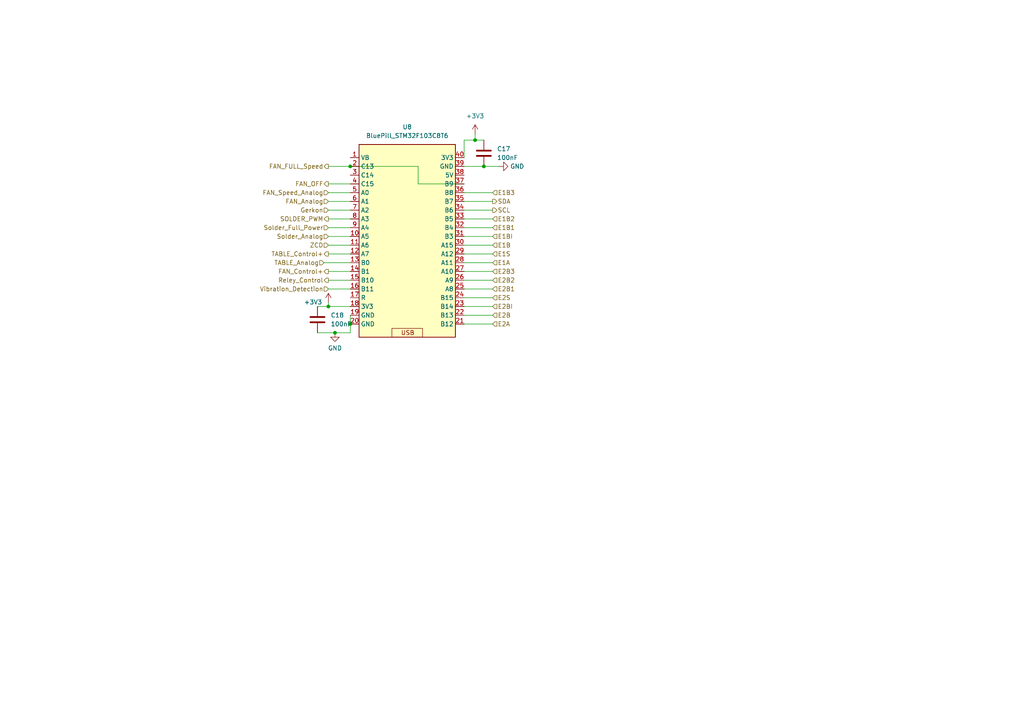
<source format=kicad_sch>
(kicad_sch (version 20231120) (generator "eeschema") (generator_version "8.0")
  (paper "A4")
  (title_block (title "Soldering Station") (date "2024-11-04") (company "BDS-SDCD"))
  (lib_symbols
    (symbol "Den_Castom_lib:BluePill_STM32F103C8T6"
      (property "Reference" "U" (at -11.43 33.02 0))
      (property "Value" "BluePill_STM32F103C8T6" (at -2.54 31.115 0))
      (symbol "BluePill_STM32F103C8T6_0_1"
        (rectangle (start -13.97 29.21) (end 13.97 -26.67) (stroke (width 0.254)) (fill (type background)))
        (rectangle (start -4.445 -24.13) (end 4.445 -26.67))
      )
      (symbol "BluePill_STM32F103C8T6_1_1"
        (text "USB " (at 0.635 -25.4 0) (effects (font (size 1.27 1.27))))
        (pin input line (at -16.51 25.4 0) (length 2.54) (name "VB") (number "1"))
        (pin input line (at -16.51 2.54 0) (length 2.54) (name "A5") (number "10"))
        (pin input line (at -16.51 0 0) (length 2.54) (name "A6") (number "11"))
        (pin input line (at -16.51 -2.54 0) (length 2.54) (name "A7") (number "12"))
        (pin input line (at -16.51 -5.08 0) (length 2.54) (name "B0") (number "13"))
        (pin input line (at -16.51 -7.62 0) (length 2.54) (name "B1") (number "14"))
        (pin input line (at -16.51 -10.16 0) (length 2.54) (name "B10") (number "15"))
        (pin input line (at -16.51 -12.7 0) (length 2.54) (name "B11") (number "16"))
        (pin input line (at -16.51 -15.24 0) (length 2.54) (name "R") (number "17"))
        (pin input line (at -16.51 -17.78 0) (length 2.54) (name "3V3") (number "18"))
        (pin input line (at -16.51 -20.32 0) (length 2.54) (name "GND") (number "19"))
        (pin input line (at -16.51 22.86 0) (length 2.54) (name "C13") (number "2"))
        (pin input line (at -16.51 -22.86 0) (length 2.54) (name "GND") (number "20"))
        (pin input line (at 16.51 -22.86 180) (length 2.54) (name "B12") (number "21"))
        (pin input line (at 16.51 -20.32 180) (length 2.54) (name "B13") (number "22"))
        (pin input line (at 16.51 -17.78 180) (length 2.54) (name "B14") (number "23"))
        (pin input line (at 16.51 -15.24 180) (length 2.54) (name "B15") (number "24"))
        (pin input line (at 16.51 -12.7 180) (length 2.54) (name "A8") (number "25"))
        (pin input line (at 16.51 -10.16 180) (length 2.54) (name "A9") (number "26"))
        (pin input line (at 16.51 -7.62 180) (length 2.54) (name "A10") (number "27"))
        (pin input line (at 16.51 -5.08 180) (length 2.54) (name "A11") (number "28"))
        (pin input line (at 16.51 -2.54 180) (length 2.54) (name "A12") (number "29"))
        (pin input line (at -16.51 20.32 0) (length 2.54) (name "C14") (number "3"))
        (pin input line (at 16.51 0 180) (length 2.54) (name "A15") (number "30"))
        (pin input line (at 16.51 2.54 180) (length 2.54) (name "B3") (number "31"))
        (pin input line (at 16.51 5.08 180) (length 2.54) (name "B4") (number "32"))
        (pin input line (at 16.51 7.62 180) (length 2.54) (name "B5") (number "33"))
        (pin input line (at 16.51 10.16 180) (length 2.54) (name "B6") (number "34"))
        (pin input line (at 16.51 12.7 180) (length 2.54) (name "B7") (number "35"))
        (pin input line (at 16.51 15.24 180) (length 2.54) (name "B8") (number "36"))
        (pin input line (at 16.51 17.78 180) (length 2.54) (name "B9") (number "37"))
        (pin input line (at 16.51 20.32 180) (length 2.54) (name "5V") (number "38"))
        (pin input line (at 16.51 22.86 180) (length 2.54) (name "GND") (number "39"))
        (pin input line (at -16.51 17.78 0) (length 2.54) (name "C15") (number "4"))
        (pin input line (at 16.51 25.4 180) (length 2.54) (name "3V3") (number "40"))
        (pin input line (at -16.51 15.24 0) (length 2.54) (name "A0") (number "5"))
        (pin input line (at -16.51 12.7 0) (length 2.54) (name "A1") (number "6"))
        (pin input line (at -16.51 10.16 0) (length 2.54) (name "A2") (number "7"))
        (pin input line (at -16.51 7.62 0) (length 2.54) (name "A3") (number "8"))
        (pin input line (at -16.51 5.08 0) (length 2.54) (name "A4") (number "9"))
      )
    )
    (symbol "Device:C" (pin_numbers hide) (pin_names (offset 0.254))
      (property "Reference" "C" (at 0.635 2.54 0))
      (property "Value" "C" (at 0.635 -2.54 0))
      (symbol "C_0_1"
        (polyline (pts (xy -2.032 -0.762) (xy 2.032 -0.762)) (stroke (width 0.508)))
        (polyline (pts (xy -2.032 0.762) (xy 2.032 0.762)) (stroke (width 0.508)))
      )
      (symbol "C_1_1"
        (pin passive line (at 0 3.81 270) (length 2.794) (name "~") (number "1"))
        (pin passive line (at 0 -3.81 90) (length 2.794) (name "~") (number "2"))
      )
    )
    (symbol "power:+3V3" (power) (pin_names (offset 0))
      (property "Value" "+3V3" (at 0 3.556 0))
      (symbol "+3V3_0_1"
        (polyline (pts (xy -0.762 1.27) (xy 0 2.54)))
        (polyline (pts (xy 0 0) (xy 0 2.54)))
        (polyline (pts (xy 0 2.54) (xy 0.762 1.27)))
      )
      (symbol "+3V3_1_1"
        (pin power_in line (at 0 0 90) (length 0) hide (name "+3V3") (number "1"))
      )
    )
    (symbol "power:GND" (power) (pin_names (offset 0))
      (property "Value" "GND" (at 0 -3.81 0))
      (symbol "GND_0_1"
        (polyline (pts (xy 0 0) (xy 0 -1.27) (xy 1.27 -1.27) (xy 0 -2.54) (xy -1.27 -1.27) (xy 0 -1.27)))
      )
      (symbol "GND_1_1"
        (pin power_in line (at 0 0 270) (length 0) hide (name "GND") (number "1"))
      )
    )
  )
  (junction (at 137.795 40.64))
  (junction (at 101.6 48.26))
  (junction (at 140.335 48.26))
  (junction (at 95.25 88.9))
  (junction (at 101.6 93.98))
  (junction (at 97.155 96.52))
  (wire (pts (xy 134.62 76.2) (xy 142.875 76.2)))
  (wire (pts (xy 121.285 48.26) (xy 121.285 53.34)))
  (wire (pts (xy 134.62 63.5) (xy 142.875 63.5)))
  (wire (pts (xy 95.25 63.5) (xy 101.6 63.5)))
  (wire (pts (xy 134.62 45.72) (xy 134.62 40.64)))
  (wire (pts (xy 101.6 48.26) (xy 121.285 48.26)))
  (wire (pts (xy 134.62 55.88) (xy 142.875 55.88)))
  (wire (pts (xy 101.6 91.44) (xy 101.6 93.98)))
  (wire (pts (xy 92.075 88.9) (xy 95.25 88.9)))
  (wire (pts (xy 95.25 83.82) (xy 101.6 83.82)))
  (wire (pts (xy 134.62 91.44) (xy 142.875 91.44)))
  (wire (pts (xy 95.25 71.12) (xy 101.6 71.12)))
  (wire (pts (xy 101.6 96.52) (xy 101.6 93.98)))
  (wire (pts (xy 134.62 48.26) (xy 140.335 48.26)))
  (wire (pts (xy 134.62 86.36) (xy 142.875 86.36)))
  (wire (pts (xy 137.795 40.64) (xy 140.335 40.64)))
  (wire (pts (xy 121.285 53.34) (xy 134.62 53.34)))
  (wire (pts (xy 134.62 71.12) (xy 142.875 71.12)))
  (wire (pts (xy 134.62 40.64) (xy 137.795 40.64)))
  (wire (pts (xy 134.62 81.28) (xy 142.875 81.28)))
  (wire (pts (xy 95.25 78.74) (xy 101.6 78.74)))
  (wire (pts (xy 134.62 78.74) (xy 142.875 78.74)))
  (wire (pts (xy 95.25 88.9) (xy 101.6 88.9)))
  (wire (pts (xy 95.25 48.26) (xy 101.6 48.26)))
  (wire (pts (xy 134.62 66.04) (xy 142.875 66.04)))
  (wire (pts (xy 134.62 73.66) (xy 142.875 73.66)))
  (wire (pts (xy 95.25 53.34) (xy 101.6 53.34)))
  (wire (pts (xy 134.62 68.58) (xy 142.875 68.58)))
  (wire (pts (xy 93.98 76.2) (xy 101.6 76.2)))
  (wire (pts (xy 95.25 81.28) (xy 101.6 81.28)))
  (wire (pts (xy 95.25 58.42) (xy 101.6 58.42)))
  (wire (pts (xy 134.62 60.96) (xy 142.875 60.96)))
  (wire (pts (xy 95.25 66.04) (xy 101.6 66.04)))
  (wire (pts (xy 95.25 55.88) (xy 101.6 55.88)))
  (wire (pts (xy 95.25 60.96) (xy 101.6 60.96)))
  (wire (pts (xy 134.62 58.42) (xy 142.875 58.42)))
  (wire (pts (xy 137.795 38.735) (xy 137.795 40.64)))
  (wire (pts (xy 95.25 73.66) (xy 101.6 73.66)))
  (wire (pts (xy 140.335 48.26) (xy 144.78 48.26)))
  (wire (pts (xy 95.25 68.58) (xy 101.6 68.58)))
  (wire (pts (xy 95.25 87.63) (xy 95.25 88.9)))
  (wire (pts (xy 134.62 88.9) (xy 142.875 88.9)))
  (wire (pts (xy 92.075 96.52) (xy 97.155 96.52)))
  (wire (pts (xy 134.62 93.98) (xy 142.875 93.98)))
  (wire (pts (xy 97.155 96.52) (xy 101.6 96.52)))
  (wire (pts (xy 134.62 83.82) (xy 142.875 83.82)))
  (hierarchical_label "E2B1" (shape input) (at 142.875 83.82 0))
  (hierarchical_label "Vibration_Detection" (shape input) (at 95.25 83.82 180))
  (hierarchical_label "E2A" (shape input) (at 142.875 93.98 0))
  (hierarchical_label "E1S" (shape input) (at 142.875 73.66 0))
  (hierarchical_label "FAN_Analog" (shape input) (at 95.25 58.42 180))
  (hierarchical_label "FAN_Speed_Analog" (shape input) (at 95.25 55.88 180))
  (hierarchical_label "E1BI" (shape input) (at 142.875 68.58 0))
  (hierarchical_label "E2S" (shape input) (at 142.875 86.36 0))
  (hierarchical_label "E2B" (shape input) (at 142.875 91.44 0))
  (hierarchical_label "E2BI" (shape input) (at 142.875 88.9 0))
  (hierarchical_label "Reley_Control" (shape output) (at 95.25 81.28 180))
  (hierarchical_label "FAN_OFF" (shape output) (at 95.25 53.34 180))
  (hierarchical_label "Solder_Full_Power" (shape input) (at 95.25 66.04 180))
  (hierarchical_label "E1A" (shape input) (at 142.875 76.2 0))
  (hierarchical_label "E1B" (shape input) (at 142.875 71.12 0))
  (hierarchical_label "Solder_Analog" (shape input) (at 95.25 68.58 180))
  (hierarchical_label "E1B3" (shape input) (at 142.875 55.88 0))
  (hierarchical_label "E2B2" (shape input) (at 142.875 81.28 0))
  (hierarchical_label "FAN_FULL_Speed" (shape output) (at 95.25 48.26 180))
  (hierarchical_label "SDA" (shape output) (at 142.875 58.42 0))
  (hierarchical_label "E1B1" (shape input) (at 142.875 66.04 0))
  (hierarchical_label "Gerkon" (shape input) (at 95.25 60.96 180))
  (hierarchical_label "E2B3" (shape input) (at 142.875 78.74 0))
  (hierarchical_label "ZCD" (shape input) (at 95.25 71.12 180))
  (hierarchical_label "SCL" (shape output) (at 142.875 60.96 0))
  (hierarchical_label "SOLDER_PWM" (shape output) (at 95.25 63.5 180))
  (hierarchical_label "E1B2" (shape input) (at 142.875 63.5 0))
  (hierarchical_label "TABLE_Control+" (shape output) (at 95.25 73.66 180))
  (hierarchical_label "TABLE_Analog" (shape input) (at 93.98 76.2 180))
  (hierarchical_label "FAN_Control+" (shape output) (at 95.25 78.74 180))
  (symbol (lib_id "power:GND") (at 97.155 96.52 0) (unit 1)
    (property "Reference" "#PWR046" (effects (hide yes)))
    (property "Value" "GND" (at 97.155 100.965 0))
  )
  (symbol (lib_id "Device:C") (at 92.075 92.71 0) (unit 1)
    (property "Reference" "C18" (at 95.885 91.44 0) (effects (justify left)))
    (property "Value" "100nF" (at 95.885 93.98 0) (effects (justify left)))
    (property "Footprint" "Capacitor_SMD:C_1206_3216Metric" (effects (hide yes)))
  )
  (symbol (lib_id "Den_Castom_lib:BluePill_STM32F103C8T6") (at 118.11 71.12 0) (unit 1)
    (property "Reference" "U8" (at 118.11 36.83 0))
    (property "Value" "BluePill_STM32F103C8T6" (at 118.11 39.37 0))
    (property "Footprint" "Den_Castom_lib:BLUEPILL_STM32" (effects (hide yes)))
    (property "Datasheet" "https://datasheetspdf.com/mobile/1480335/STMicroelectronics/STM32F103C8T6/1" (effects (hide yes)))
  )
  (symbol (lib_id "power:+3V3") (at 137.795 38.735 0) (unit 1)
    (property "Reference" "#PWR027" (effects (hide yes)))
    (property "Value" "+3V3" (at 137.795 33.655 0))
  )
  (symbol (lib_id "Device:C") (at 140.335 44.45 0) (unit 1)
    (property "Reference" "C17" (at 144.145 43.18 0) (effects (justify left)))
    (property "Value" "100nF" (at 144.145 45.72 0) (effects (justify left)))
    (property "Footprint" "Capacitor_SMD:C_1206_3216Metric" (effects (hide yes)))
  )
  (symbol (lib_id "power:GND") (at 144.78 48.26 90) (unit 1)
    (property "Reference" "#PWR047" (effects (hide yes)))
    (property "Value" "GND" (at 147.955 48.26 90) (effects (justify right)))
  )
  (symbol (lib_id "power:+3V3") (at 95.25 87.63 0) (unit 1)
    (property "Reference" "#PWR041" (effects (hide yes)))
    (property "Value" "+3V3" (at 90.805 87.63 0))
  )
)
</source>
